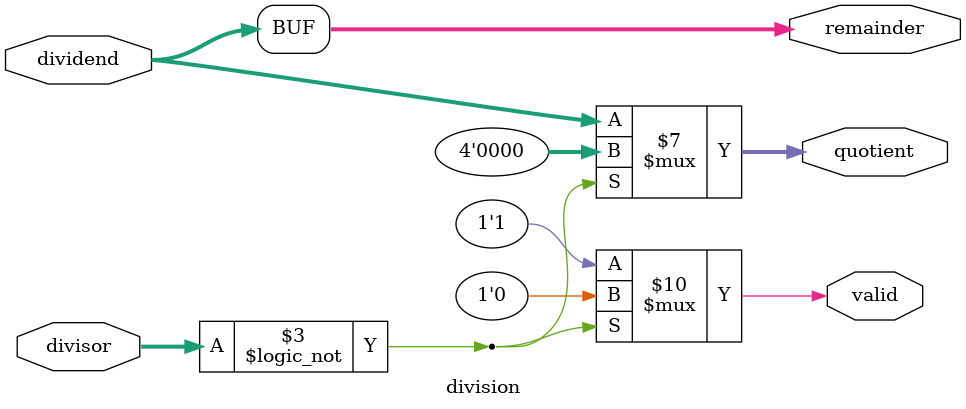
<source format=v>
module addition (
    input [3:0] A,         // 4-bit input A
    input [3:0] B,         // 4-bit input B
    input carry_in,        // 1-bit carry in
    output [3:0] Sum,      // 4-bit sum output
    output carry_out       // 1-bit carry out
);

    wire [4:0] full_sum;   // 5-bit sum to accommodate carry-out

    // Perform the addition with carry_in
    assign full_sum = A + B + carry_in;
    
    // Assign the lower 4 bits of the sum to the Sum output
    assign Sum = full_sum[3:0];
    
    // The 5th bit is the carry_out
    assign carry_out = full_sum[4];

endmodule

module subtraction (Y, A, B);
    output [3:0] Y;  // 4-bit output
    input  [3:0] A;  // 4-bit input A
    input  [3:0] B;  // 4-bit input B

    assign Y = A - B;  // Perform 4-bit subtraction

endmodule

module multiplication (
    input [3:0] A, B,   
    output [3:0] product_low,   // Lower 4 bits of the product
    output [3:0] product_high   // Upper 4 bits of the product
);
    wire [7:0] full_product;    // 8-bit wire to hold the full product
    
    assign full_product = A * B;
    assign product_low = full_product[3:0];   // Lower 4 bits
    assign product_high = full_product[7:4];  // Upper 4 bits
endmodule

module division (
    input [3:0] dividend,
    input [3:0] divisor,
    output reg [3:0] quotient,
    output reg [3:0] remainder,
    output reg valid
);
    reg [3:0] temp_dividend;
    reg [3:0] temp_quotient;
    
    integer i;

    always @(*) begin
        quotient = 4'b0000;
        remainder = 4'b0000;
        valid = 1'b0;

        if (divisor == 0) begin
            valid = 1'b0; 
            quotient = 4'b0000;
            remainder = dividend; 
        end else begin
            temp_dividend = dividend;
            temp_quotient = 4'b0000;

            for (i = 3; i >= 0; i = i - 1) begin
                temp_quotient = {temp_quotient[2:0], temp_dividend[3]};
                temp_dividend = {temp_dividend[2:0], 1'b0};

                //if (temp_quotient >= divisor) begin
                //    temp_quotient = temp_quotient - divisor;
                //    dividend[i:i] = 1'b1;
                //    end
            end

            quotient = temp_quotient;
            remainder = dividend;
            valid = 1'b1;
        end
    end
endmodule





</source>
